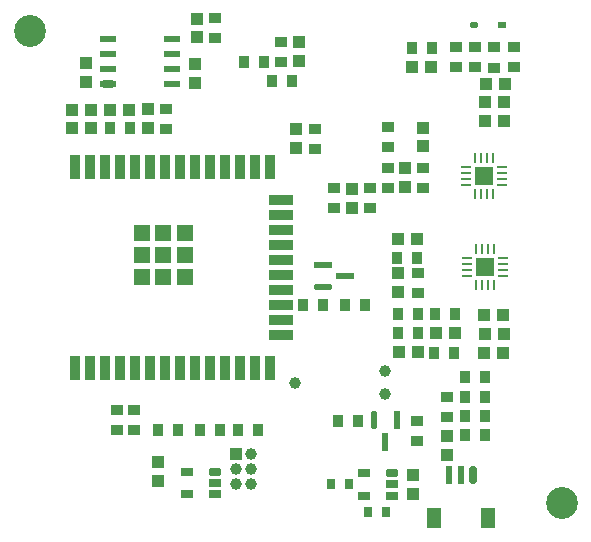
<source format=gbr>
%TF.GenerationSoftware,Altium Limited,Altium NEXUS,3.2.6 (83)*%
G04 Layer_Color=255*
%FSLAX44Y44*%
%MOMM*%
%TF.SameCoordinates,1D3023CA-0B4D-445B-B615-3EAEB33096E1*%
%TF.FilePolarity,Positive*%
%TF.FileFunction,Pads,Bot*%
%TF.Part,Single*%
G01*
G75*
%TA.AperFunction,SMDPad,CuDef*%
%ADD10R,1.0000X1.0000*%
%ADD11R,1.0000X0.9000*%
G04:AMPARAMS|DCode=12|XSize=0.6mm|YSize=1.55mm|CornerRadius=0mm|HoleSize=0mm|Usage=FLASHONLY|Rotation=0.000|XOffset=0mm|YOffset=0mm|HoleType=Round|Shape=Octagon|*
%AMOCTAGOND12*
4,1,8,-0.1500,0.7750,0.1500,0.7750,0.3000,0.6250,0.3000,-0.6250,0.1500,-0.7750,-0.1500,-0.7750,-0.3000,-0.6250,-0.3000,0.6250,-0.1500,0.7750,0.0*
%
%ADD12OCTAGOND12*%

%ADD13R,0.6000X1.5500*%
%ADD14R,1.2000X1.8000*%
%ADD15R,0.9000X1.0000*%
%ADD16R,1.0000X1.0000*%
G04:AMPARAMS|DCode=28|XSize=0.5mm|YSize=0.71mm|CornerRadius=0mm|HoleSize=0mm|Usage=FLASHONLY|Rotation=270.000|XOffset=0mm|YOffset=0mm|HoleType=Round|Shape=Octagon|*
%AMOCTAGOND28*
4,1,8,0.3550,0.1250,0.3550,-0.1250,0.2300,-0.2500,-0.2300,-0.2500,-0.3550,-0.1250,-0.3550,0.1250,-0.2300,0.2500,0.2300,0.2500,0.3550,0.1250,0.0*
%
%ADD28OCTAGOND28*%

%ADD29R,0.7100X0.5000*%
G04:AMPARAMS|DCode=30|XSize=0.55mm|YSize=1.55mm|CornerRadius=0mm|HoleSize=0mm|Usage=FLASHONLY|Rotation=90.000|XOffset=0mm|YOffset=0mm|HoleType=Round|Shape=Octagon|*
%AMOCTAGOND30*
4,1,8,-0.7750,-0.1375,-0.7750,0.1375,-0.6375,0.2750,0.6375,0.2750,0.7750,0.1375,0.7750,-0.1375,0.6375,-0.2750,-0.6375,-0.2750,-0.7750,-0.1375,0.0*
%
%ADD30OCTAGOND30*%

%ADD31R,1.5500X0.5500*%
%TA.AperFunction,ComponentPad*%
%ADD63C,1.0000*%
%ADD64R,1.0000X1.0000*%
%TA.AperFunction,ViaPad*%
%ADD65C,2.7000*%
%TA.AperFunction,SMDPad,CuDef*%
G04:AMPARAMS|DCode=74|XSize=0.65mm|YSize=1.1mm|CornerRadius=0mm|HoleSize=0mm|Usage=FLASHONLY|Rotation=90.000|XOffset=0mm|YOffset=0mm|HoleType=Round|Shape=Octagon|*
%AMOCTAGOND74*
4,1,8,-0.5500,-0.1625,-0.5500,0.1625,-0.3875,0.3250,0.3875,0.3250,0.5500,0.1625,0.5500,-0.1625,0.3875,-0.3250,-0.3875,-0.3250,-0.5500,-0.1625,0.0*
%
%ADD74OCTAGOND74*%

%ADD75R,1.1000X0.6500*%
%ADD76R,0.7000X0.9000*%
G04:AMPARAMS|DCode=77|XSize=0.55mm|YSize=1.55mm|CornerRadius=0mm|HoleSize=0mm|Usage=FLASHONLY|Rotation=180.000|XOffset=0mm|YOffset=0mm|HoleType=Round|Shape=Octagon|*
%AMOCTAGOND77*
4,1,8,0.1375,-0.7750,-0.1375,-0.7750,-0.2750,-0.6375,-0.2750,0.6375,-0.1375,0.7750,0.1375,0.7750,0.2750,0.6375,0.2750,-0.6375,0.1375,-0.7750,0.0*
%
%ADD77OCTAGOND77*%

%ADD78R,0.5500X1.5500*%
%TA.AperFunction,ConnectorPad*%
%ADD79R,0.9000X2.0000*%
%TA.AperFunction,SMDPad,CuDef*%
%ADD80O,0.9000X0.2500*%
%ADD81O,0.2500X0.9000*%
%ADD82O,1.4500X0.6000*%
%ADD83R,1.4500X0.6000*%
%TA.AperFunction,ConnectorPad*%
%ADD84R,1.0000X0.9000*%
%ADD85R,2.0000X0.9000*%
%TA.AperFunction,BGAPad,CuDef*%
%ADD86R,1.3300X1.3300*%
%TA.AperFunction,SMDPad,CuDef*%
%ADD87R,1.6000X1.6000*%
D10*
X571750Y1310500D02*
D03*
X587750D02*
D03*
X588750Y1214500D02*
D03*
X572750D02*
D03*
X645500Y1230000D02*
D03*
X661500D02*
D03*
X620500Y1230500D02*
D03*
X646250Y1442000D02*
D03*
X646000Y1410500D02*
D03*
X662000D02*
D03*
X646000Y1426500D02*
D03*
X662000D02*
D03*
X312250Y1404750D02*
D03*
X604500Y1230500D02*
D03*
X662250Y1442000D02*
D03*
X296250Y1404750D02*
D03*
X661250Y1246250D02*
D03*
X645250D02*
D03*
X661250Y1213500D02*
D03*
X645250D02*
D03*
X599750Y1456250D02*
D03*
X583750D02*
D03*
X344500Y1419750D02*
D03*
X328500D02*
D03*
X296250D02*
D03*
X312250D02*
D03*
D11*
X473250Y1477250D02*
D03*
Y1460250D02*
D03*
X348750Y1165500D02*
D03*
Y1148500D02*
D03*
X613500Y1160000D02*
D03*
Y1177000D02*
D03*
X587750Y1156500D02*
D03*
Y1139500D02*
D03*
X563250Y1405250D02*
D03*
Y1388250D02*
D03*
X518250Y1353500D02*
D03*
X653500Y1472500D02*
D03*
X637000Y1472750D02*
D03*
X620750D02*
D03*
X669880Y1472760D02*
D03*
X518250Y1336500D02*
D03*
X548250Y1336500D02*
D03*
X593250Y1353750D02*
D03*
X620750Y1455750D02*
D03*
X637000D02*
D03*
X653500Y1455500D02*
D03*
X669880Y1455760D02*
D03*
X589000Y1264500D02*
D03*
Y1281500D02*
D03*
X501500Y1403750D02*
D03*
Y1386750D02*
D03*
X333750Y1165500D02*
D03*
Y1148500D02*
D03*
X375750Y1403500D02*
D03*
Y1420500D02*
D03*
X593250Y1370750D02*
D03*
X563250Y1353750D02*
D03*
Y1370750D02*
D03*
X548250Y1353500D02*
D03*
D12*
X635500Y1110500D02*
D03*
D13*
X625500D02*
D03*
X615500D02*
D03*
D14*
X602500Y1073750D02*
D03*
X648500D02*
D03*
D15*
X385500Y1148500D02*
D03*
X368500D02*
D03*
X404250Y1148250D02*
D03*
X421250D02*
D03*
X453250D02*
D03*
X436250D02*
D03*
X482250Y1444500D02*
D03*
X465250D02*
D03*
X646000Y1160500D02*
D03*
X629000D02*
D03*
X521500Y1156500D02*
D03*
X538500D02*
D03*
X508500Y1254250D02*
D03*
X491500D02*
D03*
X645750Y1144000D02*
D03*
X628750D02*
D03*
X629000Y1193250D02*
D03*
X646000D02*
D03*
X629000Y1177000D02*
D03*
X646000D02*
D03*
X588500Y1294500D02*
D03*
X572000Y1230500D02*
D03*
X603500Y1246500D02*
D03*
X619500Y1214000D02*
D03*
X459000Y1460250D02*
D03*
X442000D02*
D03*
X620500Y1246500D02*
D03*
X602500Y1214000D02*
D03*
X589000Y1230500D02*
D03*
X571500Y1294500D02*
D03*
X600500Y1472250D02*
D03*
X583500D02*
D03*
X544500Y1254750D02*
D03*
X527500D02*
D03*
X345000Y1404750D02*
D03*
X328000D02*
D03*
X589250Y1246750D02*
D03*
X572250D02*
D03*
D16*
X369250Y1105500D02*
D03*
Y1121500D02*
D03*
X584750Y1110500D02*
D03*
Y1094500D02*
D03*
X613750Y1143500D02*
D03*
Y1127500D02*
D03*
X533250Y1337000D02*
D03*
Y1353000D02*
D03*
X577750Y1354250D02*
D03*
Y1370250D02*
D03*
X486000Y1387500D02*
D03*
Y1403500D02*
D03*
X307750Y1459500D02*
D03*
Y1443500D02*
D03*
X401750Y1497000D02*
D03*
Y1481000D02*
D03*
X488250Y1476750D02*
D03*
Y1460750D02*
D03*
X572250Y1265250D02*
D03*
Y1281250D02*
D03*
X400000Y1442500D02*
D03*
Y1458500D02*
D03*
X593250Y1404750D02*
D03*
Y1388750D02*
D03*
X360750Y1420000D02*
D03*
Y1404000D02*
D03*
D28*
X636000Y1491250D02*
D03*
D29*
X660000D02*
D03*
D30*
X508500Y1269500D02*
D03*
D31*
X527000Y1279000D02*
D03*
X508500Y1288500D02*
D03*
D63*
X561100Y1199000D02*
D03*
X484900Y1188850D02*
D03*
X561100Y1178700D02*
D03*
X435250Y1115200D02*
D03*
Y1102500D02*
D03*
X447950Y1127900D02*
D03*
Y1102500D02*
D03*
Y1115200D02*
D03*
D64*
X435250Y1127900D02*
D03*
D65*
X710500Y1086500D02*
D03*
X260500Y1486500D02*
D03*
D74*
X417500Y1113500D02*
D03*
X567000Y1112000D02*
D03*
D75*
X417500Y1104000D02*
D03*
Y1094500D02*
D03*
X393500D02*
D03*
Y1113500D02*
D03*
X543000Y1112000D02*
D03*
Y1093000D02*
D03*
X567000D02*
D03*
Y1102500D02*
D03*
D76*
X562000Y1079000D02*
D03*
X547000D02*
D03*
X515500Y1102750D02*
D03*
X530500D02*
D03*
D77*
X551945Y1157311D02*
D03*
D78*
X570945D02*
D03*
X561445Y1138811D02*
D03*
D79*
X349050Y1201000D02*
D03*
X310950D02*
D03*
X298250D02*
D03*
X336350D02*
D03*
X323650D02*
D03*
X361750D02*
D03*
X387150D02*
D03*
X374450D02*
D03*
X412550D02*
D03*
X399850D02*
D03*
X437950D02*
D03*
X425250D02*
D03*
X463350D02*
D03*
X450650D02*
D03*
X310950Y1371000D02*
D03*
X298250D02*
D03*
X336350D02*
D03*
X323650D02*
D03*
X361750D02*
D03*
X349050D02*
D03*
X387150D02*
D03*
X374450D02*
D03*
X412550D02*
D03*
X399850D02*
D03*
X437950D02*
D03*
X425250D02*
D03*
X463350D02*
D03*
X450650D02*
D03*
D80*
X630250Y1284250D02*
D03*
X661250Y1294250D02*
D03*
Y1289250D02*
D03*
Y1284250D02*
D03*
Y1279250D02*
D03*
X630250D02*
D03*
Y1289250D02*
D03*
Y1294250D02*
D03*
X660500Y1371250D02*
D03*
Y1366250D02*
D03*
Y1361250D02*
D03*
Y1356250D02*
D03*
X629500D02*
D03*
Y1361250D02*
D03*
Y1366250D02*
D03*
Y1371250D02*
D03*
D81*
X642500Y1348250D02*
D03*
X652500Y1379250D02*
D03*
Y1348250D02*
D03*
X643250Y1271250D02*
D03*
X638250Y1302250D02*
D03*
X643250D02*
D03*
X648250D02*
D03*
X653250D02*
D03*
Y1271250D02*
D03*
X648250D02*
D03*
X638250D02*
D03*
X637500Y1379250D02*
D03*
X642500D02*
D03*
X647500D02*
D03*
Y1348250D02*
D03*
X637500D02*
D03*
D82*
X326250Y1441200D02*
D03*
D83*
Y1453900D02*
D03*
Y1466600D02*
D03*
Y1479300D02*
D03*
X380750Y1441200D02*
D03*
Y1453900D02*
D03*
Y1466600D02*
D03*
Y1479300D02*
D03*
D84*
X416750Y1480500D02*
D03*
Y1497500D02*
D03*
D85*
X473350Y1330450D02*
D03*
Y1343150D02*
D03*
Y1305050D02*
D03*
Y1317750D02*
D03*
Y1279650D02*
D03*
Y1292350D02*
D03*
Y1254250D02*
D03*
Y1266950D02*
D03*
Y1228850D02*
D03*
Y1241550D02*
D03*
D86*
X373250Y1296850D02*
D03*
X354900D02*
D03*
X391600D02*
D03*
X373250Y1278500D02*
D03*
Y1315200D02*
D03*
X354900D02*
D03*
X391600D02*
D03*
Y1278500D02*
D03*
X354900D02*
D03*
D87*
X645750Y1286750D02*
D03*
X645000Y1363750D02*
D03*
%TF.MD5,6a38cc326f7002daff52edd04125f44f*%
M02*

</source>
